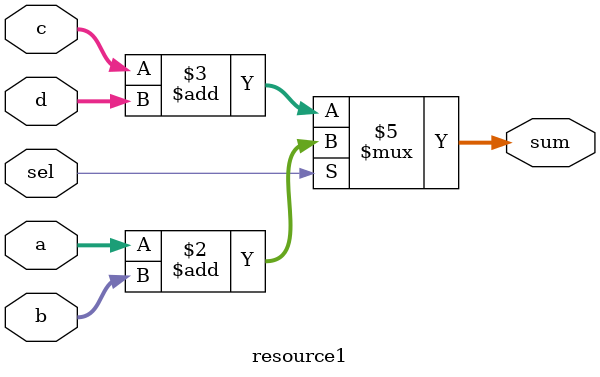
<source format=v>
module resource1(sum,a,b,c,d,sel);
parameter size=4;
output[size:0] sum;
input sel;
input[size-1:0] a,b,c,d;
reg[size:0] sum;

always @(a or b or c or d or sel)
begin
if(sel) sum=a+b;
else  	sum=c+d;
end
endmodule

</source>
